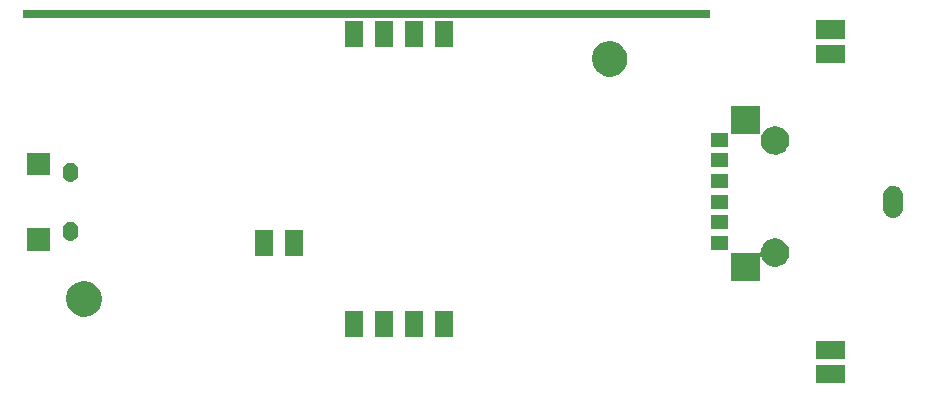
<source format=gts>
G04 #@! TF.FileFunction,Soldermask,Top*
%FSLAX46Y46*%
G04 Gerber Fmt 4.6, Leading zero omitted, Abs format (unit mm)*
G04 Created by KiCad (PCBNEW 4.0.4-stable) date 11/24/16 22:43:10*
%MOMM*%
%LPD*%
G01*
G04 APERTURE LIST*
%ADD10C,0.100000*%
G04 APERTURE END LIST*
D10*
G36*
X169600000Y-99100000D02*
X167200000Y-99100000D01*
X167200000Y-97550000D01*
X169600000Y-97550000D01*
X169600000Y-99100000D01*
X169600000Y-99100000D01*
G37*
G36*
X169600000Y-97050000D02*
X167200000Y-97050000D01*
X167200000Y-95500000D01*
X169600000Y-95500000D01*
X169600000Y-97050000D01*
X169600000Y-97050000D01*
G37*
G36*
X128810000Y-95160000D02*
X127310000Y-95160000D01*
X127310000Y-92960000D01*
X128810000Y-92960000D01*
X128810000Y-95160000D01*
X128810000Y-95160000D01*
G37*
G36*
X136430000Y-95160000D02*
X134930000Y-95160000D01*
X134930000Y-92960000D01*
X136430000Y-92960000D01*
X136430000Y-95160000D01*
X136430000Y-95160000D01*
G37*
G36*
X133890000Y-95160000D02*
X132390000Y-95160000D01*
X132390000Y-92960000D01*
X133890000Y-92960000D01*
X133890000Y-95160000D01*
X133890000Y-95160000D01*
G37*
G36*
X131350000Y-95160000D02*
X129850000Y-95160000D01*
X129850000Y-92960000D01*
X131350000Y-92960000D01*
X131350000Y-95160000D01*
X131350000Y-95160000D01*
G37*
G36*
X105357557Y-90470995D02*
X105645710Y-90530144D01*
X105916888Y-90644137D01*
X106160767Y-90808635D01*
X106368045Y-91017365D01*
X106530832Y-91262381D01*
X106642932Y-91534353D01*
X106699932Y-91822228D01*
X106699932Y-91822249D01*
X106700064Y-91822917D01*
X106695373Y-92158910D01*
X106695221Y-92159578D01*
X106695221Y-92159597D01*
X106630206Y-92445764D01*
X106510555Y-92714505D01*
X106340992Y-92954875D01*
X106127965Y-93157738D01*
X105879587Y-93315363D01*
X105605337Y-93421738D01*
X105315634Y-93472821D01*
X105021533Y-93466659D01*
X104734230Y-93403493D01*
X104464668Y-93285723D01*
X104223114Y-93117839D01*
X104018769Y-92906233D01*
X103859417Y-92658967D01*
X103751125Y-92385455D01*
X103698024Y-92096124D01*
X103702131Y-91801990D01*
X103763292Y-91514245D01*
X103879174Y-91243872D01*
X104045371Y-91001149D01*
X104255544Y-90795333D01*
X104501690Y-90634259D01*
X104774435Y-90524063D01*
X105063392Y-90468941D01*
X105357557Y-90470995D01*
X105357557Y-90470995D01*
G37*
G36*
X163826041Y-86850796D02*
X164056570Y-86898116D01*
X164273512Y-86989310D01*
X164468615Y-87120908D01*
X164634436Y-87287891D01*
X164764666Y-87483904D01*
X164854347Y-87701486D01*
X164899919Y-87931641D01*
X164899919Y-87931666D01*
X164900051Y-87932334D01*
X164896298Y-88201128D01*
X164896147Y-88201791D01*
X164896147Y-88201815D01*
X164844164Y-88430612D01*
X164748445Y-88645603D01*
X164612794Y-88837900D01*
X164442372Y-89000191D01*
X164243669Y-89126291D01*
X164024270Y-89211391D01*
X163792507Y-89252257D01*
X163557226Y-89247328D01*
X163327385Y-89196795D01*
X163111734Y-89102579D01*
X162918491Y-88968272D01*
X162755015Y-88798987D01*
X162627533Y-88601173D01*
X162592978Y-88513898D01*
X162579041Y-88489453D01*
X162558845Y-88469858D01*
X162533991Y-88456665D01*
X162506444Y-88450919D01*
X162478388Y-88453074D01*
X162452042Y-88462961D01*
X162429495Y-88479796D01*
X162412529Y-88502246D01*
X162402490Y-88528533D01*
X162400000Y-88550711D01*
X162400000Y-90450000D01*
X160000000Y-90450000D01*
X160000000Y-88050000D01*
X162401214Y-88050000D01*
X162429073Y-88046041D01*
X162454727Y-88034477D01*
X162476143Y-88016224D01*
X162491626Y-87992728D01*
X162499950Y-87965848D01*
X162501204Y-87951396D01*
X162501704Y-87915592D01*
X162550633Y-87685400D01*
X162643341Y-87469094D01*
X162776296Y-87274919D01*
X162944433Y-87110268D01*
X163141354Y-86981406D01*
X163359547Y-86893250D01*
X163590714Y-86849152D01*
X163826041Y-86850796D01*
X163826041Y-86850796D01*
G37*
G36*
X121190000Y-88360000D02*
X119690000Y-88360000D01*
X119690000Y-86160000D01*
X121190000Y-86160000D01*
X121190000Y-88360000D01*
X121190000Y-88360000D01*
G37*
G36*
X123730000Y-88360000D02*
X122230000Y-88360000D01*
X122230000Y-86160000D01*
X123730000Y-86160000D01*
X123730000Y-88360000D01*
X123730000Y-88360000D01*
G37*
G36*
X102300000Y-87900000D02*
X100400000Y-87900000D01*
X100400000Y-86000000D01*
X102300000Y-86000000D01*
X102300000Y-87900000D01*
X102300000Y-87900000D01*
G37*
G36*
X159700000Y-87850000D02*
X158300000Y-87850000D01*
X158300000Y-86650000D01*
X159700000Y-86650000D01*
X159700000Y-87850000D01*
X159700000Y-87850000D01*
G37*
G36*
X104185629Y-85459901D02*
X104185651Y-85459908D01*
X104185728Y-85459916D01*
X104311573Y-85498871D01*
X104427455Y-85561529D01*
X104528960Y-85645501D01*
X104612222Y-85747590D01*
X104674069Y-85863906D01*
X104712145Y-85990021D01*
X104725000Y-86121129D01*
X104725000Y-86378938D01*
X104724963Y-86384237D01*
X104724962Y-86384243D01*
X104724934Y-86388295D01*
X104710250Y-86519211D01*
X104670416Y-86644782D01*
X104606952Y-86760224D01*
X104522273Y-86861140D01*
X104419605Y-86943687D01*
X104302859Y-87004720D01*
X104176482Y-87041915D01*
X104176419Y-87041921D01*
X104176391Y-87041929D01*
X104045293Y-87053859D01*
X103914371Y-87040099D01*
X103914349Y-87040092D01*
X103914272Y-87040084D01*
X103788427Y-87001129D01*
X103672545Y-86938471D01*
X103571040Y-86854499D01*
X103487778Y-86752410D01*
X103425931Y-86636094D01*
X103387855Y-86509979D01*
X103375000Y-86378871D01*
X103375000Y-86121062D01*
X103375037Y-86115763D01*
X103375038Y-86115757D01*
X103375066Y-86111705D01*
X103389750Y-85980789D01*
X103429584Y-85855218D01*
X103493048Y-85739776D01*
X103577727Y-85638860D01*
X103680395Y-85556313D01*
X103797141Y-85495280D01*
X103923518Y-85458085D01*
X103923581Y-85458079D01*
X103923609Y-85458071D01*
X104054707Y-85446141D01*
X104185629Y-85459901D01*
X104185629Y-85459901D01*
G37*
G36*
X159700000Y-86100000D02*
X158300000Y-86100000D01*
X158300000Y-84900000D01*
X159700000Y-84900000D01*
X159700000Y-86100000D01*
X159700000Y-86100000D01*
G37*
G36*
X173870818Y-82410815D02*
X173870836Y-82410821D01*
X173870916Y-82410829D01*
X174029388Y-82459884D01*
X174175314Y-82538786D01*
X174303135Y-82644529D01*
X174407983Y-82773085D01*
X174485864Y-82919558D01*
X174533812Y-83078369D01*
X174550000Y-83243468D01*
X174550000Y-84256600D01*
X174549946Y-84264342D01*
X174549945Y-84264348D01*
X174549917Y-84268400D01*
X174531425Y-84433257D01*
X174481265Y-84591383D01*
X174401346Y-84736754D01*
X174294714Y-84863834D01*
X174165429Y-84967782D01*
X174018416Y-85044638D01*
X173859274Y-85091476D01*
X173859213Y-85091482D01*
X173859184Y-85091490D01*
X173694071Y-85106516D01*
X173529182Y-85089185D01*
X173529164Y-85089179D01*
X173529084Y-85089171D01*
X173370612Y-85040116D01*
X173224686Y-84961214D01*
X173096865Y-84855471D01*
X172992017Y-84726915D01*
X172914136Y-84580442D01*
X172866188Y-84421631D01*
X172850000Y-84256532D01*
X172850000Y-83243400D01*
X172850054Y-83235658D01*
X172850055Y-83235652D01*
X172850083Y-83231600D01*
X172868575Y-83066743D01*
X172918735Y-82908617D01*
X172998654Y-82763246D01*
X173105286Y-82636166D01*
X173234571Y-82532218D01*
X173381584Y-82455362D01*
X173540726Y-82408524D01*
X173540787Y-82408518D01*
X173540816Y-82408510D01*
X173705929Y-82393484D01*
X173870818Y-82410815D01*
X173870818Y-82410815D01*
G37*
G36*
X159700000Y-84350000D02*
X158300000Y-84350000D01*
X158300000Y-83150000D01*
X159700000Y-83150000D01*
X159700000Y-84350000D01*
X159700000Y-84350000D01*
G37*
G36*
X159700000Y-82600000D02*
X158300000Y-82600000D01*
X158300000Y-81400000D01*
X159700000Y-81400000D01*
X159700000Y-82600000D01*
X159700000Y-82600000D01*
G37*
G36*
X104185629Y-80459901D02*
X104185651Y-80459908D01*
X104185728Y-80459916D01*
X104311573Y-80498871D01*
X104427455Y-80561529D01*
X104528960Y-80645501D01*
X104612222Y-80747590D01*
X104674069Y-80863906D01*
X104712145Y-80990021D01*
X104725000Y-81121129D01*
X104725000Y-81378938D01*
X104724963Y-81384237D01*
X104724962Y-81384243D01*
X104724934Y-81388295D01*
X104710250Y-81519211D01*
X104670416Y-81644782D01*
X104606952Y-81760224D01*
X104522273Y-81861140D01*
X104419605Y-81943687D01*
X104302859Y-82004720D01*
X104176482Y-82041915D01*
X104176419Y-82041921D01*
X104176391Y-82041929D01*
X104045293Y-82053859D01*
X103914371Y-82040099D01*
X103914349Y-82040092D01*
X103914272Y-82040084D01*
X103788427Y-82001129D01*
X103672545Y-81938471D01*
X103571040Y-81854499D01*
X103487778Y-81752410D01*
X103425931Y-81636094D01*
X103387855Y-81509979D01*
X103375000Y-81378871D01*
X103375000Y-81121062D01*
X103375037Y-81115763D01*
X103375038Y-81115757D01*
X103375066Y-81111705D01*
X103389750Y-80980789D01*
X103429584Y-80855218D01*
X103493048Y-80739776D01*
X103577727Y-80638860D01*
X103680395Y-80556313D01*
X103797141Y-80495280D01*
X103923518Y-80458085D01*
X103923581Y-80458079D01*
X103923609Y-80458071D01*
X104054707Y-80446141D01*
X104185629Y-80459901D01*
X104185629Y-80459901D01*
G37*
G36*
X102300000Y-81500000D02*
X100400000Y-81500000D01*
X100400000Y-79600000D01*
X102300000Y-79600000D01*
X102300000Y-81500000D01*
X102300000Y-81500000D01*
G37*
G36*
X159700000Y-80850000D02*
X158300000Y-80850000D01*
X158300000Y-79650000D01*
X159700000Y-79650000D01*
X159700000Y-80850000D01*
X159700000Y-80850000D01*
G37*
G36*
X163826041Y-77350796D02*
X164056570Y-77398116D01*
X164273512Y-77489310D01*
X164468615Y-77620908D01*
X164634436Y-77787891D01*
X164764666Y-77983904D01*
X164854347Y-78201486D01*
X164899919Y-78431641D01*
X164899919Y-78431666D01*
X164900051Y-78432334D01*
X164896298Y-78701128D01*
X164896147Y-78701791D01*
X164896147Y-78701815D01*
X164844164Y-78930612D01*
X164748445Y-79145603D01*
X164612794Y-79337900D01*
X164442372Y-79500191D01*
X164243669Y-79626291D01*
X164024270Y-79711391D01*
X163792507Y-79752257D01*
X163557226Y-79747328D01*
X163327385Y-79696795D01*
X163111734Y-79602579D01*
X162918491Y-79468272D01*
X162755015Y-79298987D01*
X162627533Y-79101173D01*
X162540899Y-78882363D01*
X162498418Y-78650900D01*
X162501704Y-78415592D01*
X162552672Y-78175808D01*
X162552594Y-78175791D01*
X162556257Y-78162223D01*
X162555733Y-78134089D01*
X162555102Y-78132055D01*
X162563487Y-78126952D01*
X162582498Y-78106206D01*
X162591914Y-78089084D01*
X162643341Y-77969094D01*
X162776296Y-77774919D01*
X162944433Y-77610268D01*
X163141354Y-77481406D01*
X163359547Y-77393250D01*
X163590714Y-77349152D01*
X163826041Y-77350796D01*
X163826041Y-77350796D01*
G37*
G36*
X159700000Y-79100000D02*
X158300000Y-79100000D01*
X158300000Y-77900000D01*
X159700000Y-77900000D01*
X159700000Y-79100000D01*
X159700000Y-79100000D01*
G37*
G36*
X162400000Y-78049690D02*
X162400044Y-78050000D01*
X160000000Y-78050000D01*
X160000000Y-75650000D01*
X162400000Y-75650000D01*
X162400000Y-78049690D01*
X162400000Y-78049690D01*
G37*
G36*
X149857557Y-70150995D02*
X150145710Y-70210144D01*
X150416888Y-70324137D01*
X150660767Y-70488635D01*
X150868045Y-70697365D01*
X151030832Y-70942381D01*
X151142932Y-71214353D01*
X151199932Y-71502228D01*
X151199932Y-71502249D01*
X151200064Y-71502917D01*
X151195373Y-71838910D01*
X151195221Y-71839578D01*
X151195221Y-71839597D01*
X151130206Y-72125764D01*
X151010555Y-72394505D01*
X150840992Y-72634875D01*
X150627965Y-72837738D01*
X150379587Y-72995363D01*
X150105337Y-73101738D01*
X149815634Y-73152821D01*
X149521533Y-73146659D01*
X149234230Y-73083493D01*
X148964668Y-72965723D01*
X148723114Y-72797839D01*
X148518769Y-72586233D01*
X148359417Y-72338967D01*
X148251125Y-72065455D01*
X148198024Y-71776124D01*
X148202131Y-71481990D01*
X148263292Y-71194245D01*
X148379174Y-70923872D01*
X148545371Y-70681149D01*
X148755544Y-70475333D01*
X149001690Y-70314259D01*
X149274435Y-70204063D01*
X149563392Y-70148941D01*
X149857557Y-70150995D01*
X149857557Y-70150995D01*
G37*
G36*
X169600000Y-72000000D02*
X167200000Y-72000000D01*
X167200000Y-70450000D01*
X169600000Y-70450000D01*
X169600000Y-72000000D01*
X169600000Y-72000000D01*
G37*
G36*
X133890000Y-70660000D02*
X132390000Y-70660000D01*
X132390000Y-68460000D01*
X133890000Y-68460000D01*
X133890000Y-70660000D01*
X133890000Y-70660000D01*
G37*
G36*
X128810000Y-70660000D02*
X127310000Y-70660000D01*
X127310000Y-68460000D01*
X128810000Y-68460000D01*
X128810000Y-70660000D01*
X128810000Y-70660000D01*
G37*
G36*
X136430000Y-70660000D02*
X134930000Y-70660000D01*
X134930000Y-68460000D01*
X136430000Y-68460000D01*
X136430000Y-70660000D01*
X136430000Y-70660000D01*
G37*
G36*
X131350000Y-70660000D02*
X129850000Y-70660000D01*
X129850000Y-68460000D01*
X131350000Y-68460000D01*
X131350000Y-70660000D01*
X131350000Y-70660000D01*
G37*
G36*
X169600000Y-69950000D02*
X167200000Y-69950000D01*
X167200000Y-68400000D01*
X169600000Y-68400000D01*
X169600000Y-69950000D01*
X169600000Y-69950000D01*
G37*
G36*
X158200000Y-68200000D02*
X100000000Y-68200000D01*
X100000000Y-67500000D01*
X158200000Y-67500000D01*
X158200000Y-68200000D01*
X158200000Y-68200000D01*
G37*
M02*

</source>
